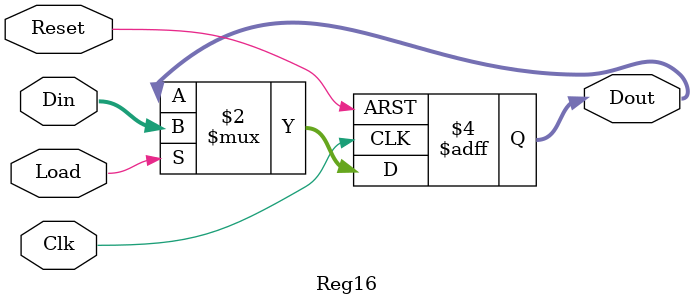
<source format=sv>
module Reg16(	input logic 		Clk, Reset, Load,	// 16 bit register
					input logic [15:0]Din,
					output logic[15:0]Dout
					);
					
always_ff @ (posedge Clk or posedge Reset)
begin
	if(Reset)
		Dout <= 16'h0000;
	else if(Load)
		Dout <= Din;
end

endmodule

</source>
